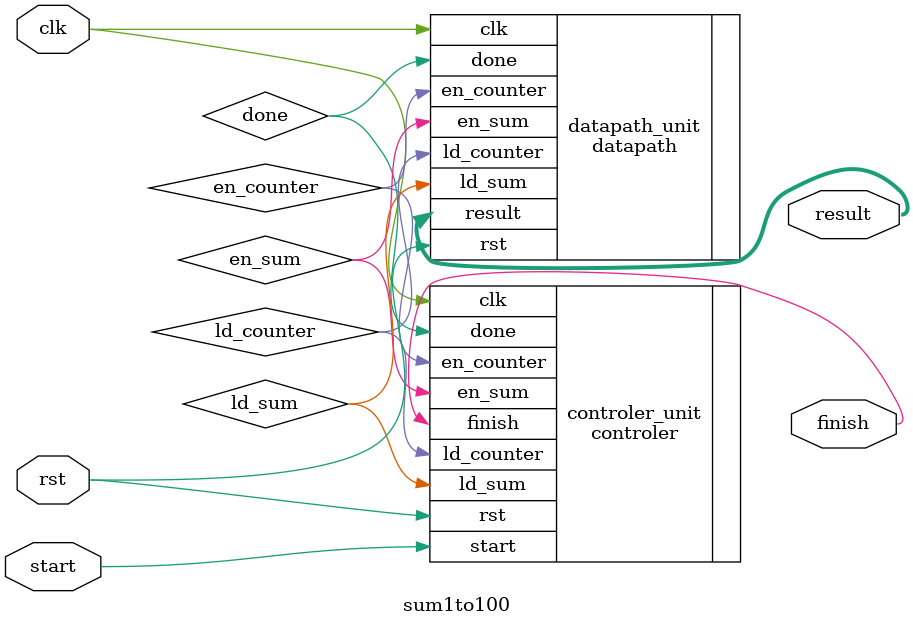
<source format=v>
module sum1to100 (
    input clk,
    input rst,
    input start,
    output [12:0] result,
    output finish
);

    wire ld_counter, ld_sum, en_sum, en_counter, done;

    controler controler_unit (
        .clk(clk),
        .rst(rst),
        .start(start),
        .done(done),
        .ld_sum(ld_sum),
        .ld_counter(ld_counter),
        .en_sum(en_sum),
        .en_counter(en_counter),
        .finish(finish)
    );

    datapath datapath_unit (
        .clk(clk),
        .ld_sum(ld_sum),
        .rst(rst),
        .ld_counter(ld_counter),
        .en_sum(en_sum),
        .en_counter(en_counter),
        .done(done),
        .result(result)
    );

    
endmodule

</source>
